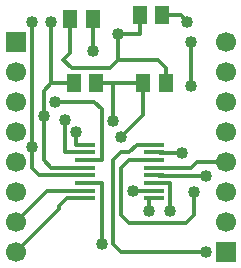
<source format=gbr>
G04 DipTrace 3.1.0.1*
G04 Top.gbr*
%MOIN*%
G04 #@! TF.FileFunction,Copper,L1,Top*
G04 #@! TF.Part,Single*
G04 #@! TA.AperFunction,Conductor*
%ADD14C,0.012992*%
%ADD16R,0.051181X0.059055*%
G04 #@! TA.AperFunction,ComponentPad*
%ADD17R,0.066929X0.066929*%
%ADD18C,0.066929*%
%ADD19R,0.070866X0.015748*%
G04 #@! TA.AperFunction,ViaPad*
%ADD20C,0.04*%
%FSLAX26Y26*%
G04*
G70*
G90*
G75*
G01*
G04 Top*
%LPD*%
X681430Y772224D2*
D14*
X736348D1*
Y569984D1*
X775840Y980531D2*
Y1106427D1*
X718734D1*
X801824Y927539D2*
X875160Y1000875D1*
Y1106406D1*
X706430Y1212717D2*
Y1318927D1*
X718734Y1106427D2*
X875139D1*
X875160Y1106406D1*
X503206Y1310457D2*
Y894000D1*
X862681Y1331427D2*
Y1269984D1*
X790592D1*
Y1181429D1*
X923978D1*
X949963Y1155444D1*
Y1106406D1*
X503206Y894000D2*
Y823406D1*
X528797Y797815D1*
X681430D1*
X790592Y1181429D2*
X764608Y1155445D1*
X636210D1*
X608167Y1183488D1*
X631627Y1206949D1*
Y1318927D1*
X681430Y823406D2*
X568678D1*
X542694Y849390D1*
Y996992D1*
Y1080442D1*
X568678Y1106427D1*
Y1309472D1*
X1022052D2*
X1000098Y1331427D1*
X937484D1*
X568678Y1106427D2*
X643930D1*
X652493Y944146D2*
Y900177D1*
X681430D1*
X613005Y983634D2*
Y874587D1*
X681430D1*
X582182Y1043906D2*
X710366D1*
X736352Y1017921D1*
Y848996D1*
X681430D1*
X450249Y644000D2*
X552883Y746634D1*
X681430D1*
X450249Y544000D2*
X593325Y687076D1*
Y694661D1*
X619706Y721043D1*
X681430D1*
X1083789Y544000D2*
X801820D1*
X775836Y569984D1*
Y848996D1*
X801820Y874980D1*
X828714D1*
X853911Y900177D1*
X909777D1*
X1004194Y873209D2*
X929529D1*
X928151Y874587D1*
X909777D1*
X1043682Y744000D2*
Y666669D1*
X1017698Y640685D1*
X827804D1*
X801820Y666669D1*
Y823008D1*
X827808Y848996D1*
X909777D1*
X1150249Y844000D2*
X1053982D1*
X1033387Y823406D1*
X909777D1*
X1083793Y796992D2*
X928974D1*
X928151Y797815D1*
X909777D1*
X964706Y680173D2*
Y772224D1*
X909777D1*
X841312Y745256D2*
X890026D1*
X891404Y746634D1*
X909777D1*
X894304Y680173D2*
Y721043D1*
X909785D1*
X1034533Y1244000D2*
Y1096953D1*
D20*
X736348Y569984D3*
X775840Y980531D3*
X801824Y927539D3*
X706430Y1212717D3*
X503206Y1310457D3*
Y894000D3*
X790592Y1269984D3*
X568678Y1309472D3*
X1022052D3*
X542694Y996992D3*
X652493Y944146D3*
X613005Y983634D3*
X582182Y1043906D3*
X1083789Y544000D3*
X1004194Y873209D3*
X1043682Y744000D3*
X1083793Y796992D3*
X964706Y680173D3*
X841312Y745256D3*
X894304Y680173D3*
X1034533Y1096953D3*
Y1244000D3*
D16*
X706430Y1318927D3*
X631627D3*
X875160Y1106406D3*
X949963D3*
X643930Y1106427D3*
X718734D3*
D17*
X450249Y1244000D3*
D18*
Y1144000D3*
Y1044000D3*
Y944000D3*
Y844000D3*
Y744000D3*
Y644000D3*
Y544000D3*
D17*
X1150249D3*
D18*
Y644000D3*
Y744000D3*
Y844000D3*
Y944000D3*
Y1044000D3*
Y1144000D3*
Y1244000D3*
D16*
X862681Y1331427D3*
X937484D3*
D19*
X681430Y900177D3*
Y874587D3*
Y848996D3*
Y823406D3*
Y797815D3*
Y772224D3*
Y746634D3*
Y721043D3*
X909785D3*
X909777Y746634D3*
Y772224D3*
Y797815D3*
Y823406D3*
Y848996D3*
Y874587D3*
Y900177D3*
M02*

</source>
